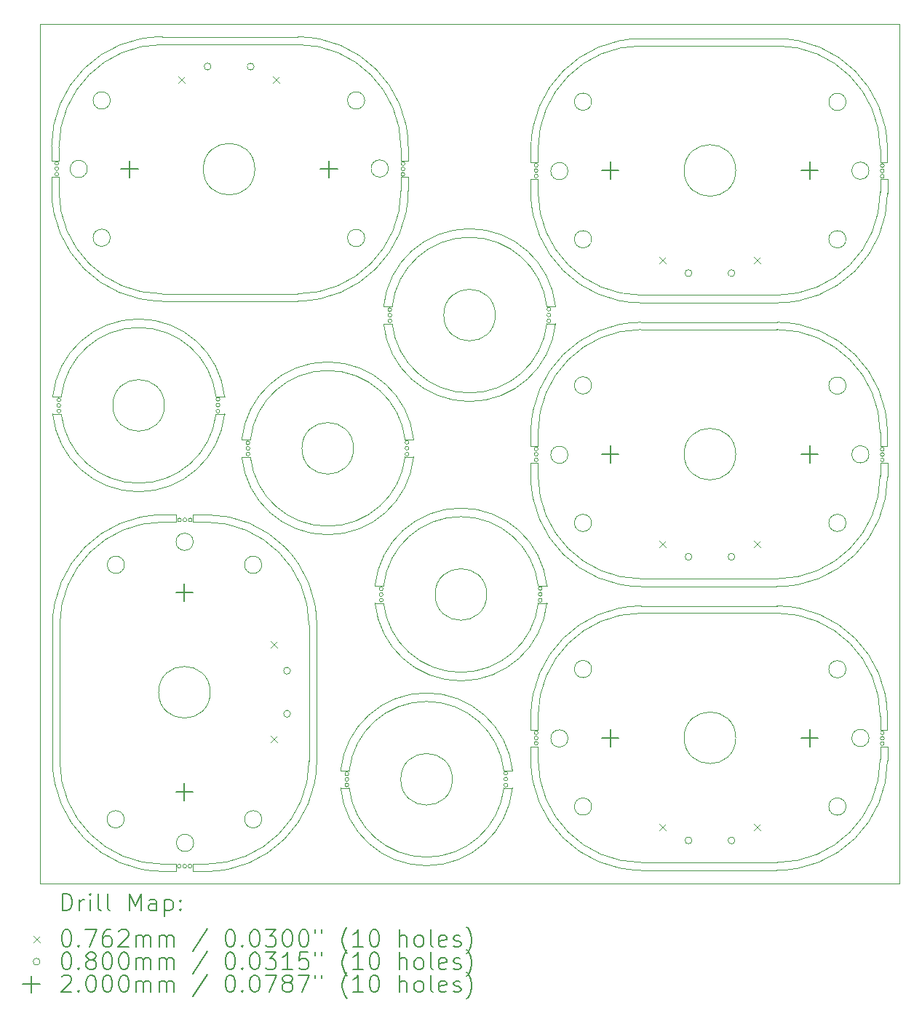
<source format=gbr>
%TF.GenerationSoftware,KiCad,Pcbnew,7.0.5-7.0.5~ubuntu22.04.1*%
%TF.CreationDate,2025-02-26T12:57:41+00:00*%
%TF.ProjectId,PBA0019-T50-6-trap,50424130-3031-4392-9d54-35302d362d74,1.0*%
%TF.SameCoordinates,Original*%
%TF.FileFunction,Drillmap*%
%TF.FilePolarity,Positive*%
%FSLAX45Y45*%
G04 Gerber Fmt 4.5, Leading zero omitted, Abs format (unit mm)*
G04 Created by KiCad (PCBNEW 7.0.5-7.0.5~ubuntu22.04.1) date 2025-02-26 12:57:41*
%MOMM*%
%LPD*%
G01*
G04 APERTURE LIST*
%ADD10C,0.050000*%
%ADD11C,0.200000*%
%ADD12C,0.076200*%
%ADD13C,0.080000*%
G04 APERTURE END LIST*
D10*
X9230000Y-13805000D02*
X9230000Y-3805000D01*
X19230000Y-13805000D02*
X19230000Y-3805000D01*
X9230000Y-3805000D02*
X19230000Y-3805000D01*
X19230000Y-13805000D02*
X9230000Y-13805000D01*
X17796466Y-7047500D02*
G75*
G03*
X19087500Y-5772500I15934J1275000D01*
G01*
X16222500Y-3973434D02*
X17802500Y-3973434D01*
X16221566Y-7047500D02*
X17796466Y-7047500D01*
X19002500Y-5257500D02*
G75*
G03*
X17802500Y-4057500I-1200000J0D01*
G01*
X19086566Y-5257500D02*
G75*
G03*
X17802500Y-3973434I-1284066J0D01*
G01*
X15645000Y-4707500D02*
G75*
G03*
X15645000Y-4707500I-100000J0D01*
G01*
X15370000Y-5515000D02*
G75*
G03*
X15370000Y-5515000I-100000J0D01*
G01*
X18605000Y-4710000D02*
G75*
G03*
X18605000Y-4710000I-100000J0D01*
G01*
X19086566Y-5415000D02*
X19002500Y-5415000D01*
X19049861Y-5575000D02*
G75*
G03*
X19049861Y-5575000I-22361J0D01*
G01*
X15022361Y-5509861D02*
G75*
G03*
X15022361Y-5509861I-22361J0D01*
G01*
X15022361Y-5572500D02*
G75*
G03*
X15022361Y-5572500I-22361J0D01*
G01*
X15022500Y-5257500D02*
X15022500Y-5415000D01*
X19087500Y-5607500D02*
X19087500Y-5772500D01*
X18605000Y-6307500D02*
G75*
G03*
X18605000Y-6307500I-100000J0D01*
G01*
X15022500Y-5757500D02*
G75*
G03*
X16222500Y-6957500I1200000J0D01*
G01*
X17802500Y-6957500D02*
G75*
G03*
X19002500Y-5757500I0J1200000D01*
G01*
X16222500Y-3973434D02*
G75*
G03*
X14938434Y-5257500I0J-1284066D01*
G01*
X15022361Y-5447500D02*
G75*
G03*
X15022361Y-5447500I-22361J0D01*
G01*
X19002500Y-5257500D02*
X19002500Y-5415000D01*
X15645000Y-6307500D02*
G75*
G03*
X15645000Y-6307500I-100000J0D01*
G01*
X16222500Y-4057500D02*
G75*
G03*
X15022500Y-5257500I0J-1200000D01*
G01*
X17802500Y-4057500D02*
X16222500Y-4057500D01*
X17322500Y-5507500D02*
G75*
G03*
X17322500Y-5507500I-300021J0D01*
G01*
X17802500Y-6957500D02*
X16222500Y-6957500D01*
X15022500Y-5607500D02*
X15022500Y-5757500D01*
X14937500Y-5763434D02*
G75*
G03*
X16221566Y-7047500I1284066J0D01*
G01*
X14937500Y-5607500D02*
X15022500Y-5607500D01*
X14938434Y-5415000D02*
X15022500Y-5415000D01*
X19002500Y-5607500D02*
X19002500Y-5757500D01*
X19049861Y-5450000D02*
G75*
G03*
X19049861Y-5450000I-22361J0D01*
G01*
X18872500Y-5510000D02*
G75*
G03*
X18872500Y-5510000I-100000J0D01*
G01*
X14937500Y-5763434D02*
X14937500Y-5607500D01*
X14938434Y-5415000D02*
X14938434Y-5257500D01*
X19086566Y-5257500D02*
X19086566Y-5415000D01*
X19049861Y-5512639D02*
G75*
G03*
X19049861Y-5512639I-22361J0D01*
G01*
X19087500Y-5607500D02*
X19002500Y-5607500D01*
X15022361Y-8809861D02*
G75*
G03*
X15022361Y-8809861I-22361J0D01*
G01*
X15022361Y-8872500D02*
G75*
G03*
X15022361Y-8872500I-22361J0D01*
G01*
X15022500Y-8557500D02*
X15022500Y-8715000D01*
X19049861Y-8875000D02*
G75*
G03*
X19049861Y-8875000I-22361J0D01*
G01*
X19086566Y-8715000D02*
X19002500Y-8715000D01*
X18605000Y-8010000D02*
G75*
G03*
X18605000Y-8010000I-100000J0D01*
G01*
X15370000Y-8815000D02*
G75*
G03*
X15370000Y-8815000I-100000J0D01*
G01*
X15645000Y-8007500D02*
G75*
G03*
X15645000Y-8007500I-100000J0D01*
G01*
X19086566Y-8557500D02*
G75*
G03*
X17802500Y-7273434I-1284066J0D01*
G01*
X19002500Y-8557500D02*
G75*
G03*
X17802500Y-7357500I-1200000J0D01*
G01*
X16221566Y-10347500D02*
X17796466Y-10347500D01*
X16222500Y-7273434D02*
X17802500Y-7273434D01*
X17796466Y-10347500D02*
G75*
G03*
X19087500Y-9072500I15934J1275000D01*
G01*
X19087500Y-8907500D02*
X19002500Y-8907500D01*
X19049861Y-8812639D02*
G75*
G03*
X19049861Y-8812639I-22361J0D01*
G01*
X19086566Y-8557500D02*
X19086566Y-8715000D01*
X14938434Y-8715000D02*
X14938434Y-8557500D01*
X14937500Y-9063434D02*
X14937500Y-8907500D01*
X18872500Y-8810000D02*
G75*
G03*
X18872500Y-8810000I-100000J0D01*
G01*
X19049861Y-8750000D02*
G75*
G03*
X19049861Y-8750000I-22361J0D01*
G01*
X19002500Y-8907500D02*
X19002500Y-9057500D01*
X14938434Y-8715000D02*
X15022500Y-8715000D01*
X14937500Y-8907500D02*
X15022500Y-8907500D01*
X14937500Y-9063434D02*
G75*
G03*
X16221566Y-10347500I1284066J0D01*
G01*
X15022500Y-8907500D02*
X15022500Y-9057500D01*
X17802500Y-10257500D02*
X16222500Y-10257500D01*
X17322500Y-8807500D02*
G75*
G03*
X17322500Y-8807500I-300021J0D01*
G01*
X17802500Y-7357500D02*
X16222500Y-7357500D01*
X16222500Y-7357500D02*
G75*
G03*
X15022500Y-8557500I0J-1200000D01*
G01*
X15645000Y-9607500D02*
G75*
G03*
X15645000Y-9607500I-100000J0D01*
G01*
X19002500Y-8557500D02*
X19002500Y-8715000D01*
X15022361Y-8747500D02*
G75*
G03*
X15022361Y-8747500I-22361J0D01*
G01*
X16222500Y-7273434D02*
G75*
G03*
X14938434Y-8557500I0J-1284066D01*
G01*
X17802500Y-10257500D02*
G75*
G03*
X19002500Y-9057500I0J1200000D01*
G01*
X15022500Y-9057500D02*
G75*
G03*
X16222500Y-10257500I1200000J0D01*
G01*
X18605000Y-9607500D02*
G75*
G03*
X18605000Y-9607500I-100000J0D01*
G01*
X19087500Y-8907500D02*
X19087500Y-9072500D01*
X19087500Y-12207500D02*
X19087500Y-12372500D01*
X18605000Y-12907500D02*
G75*
G03*
X18605000Y-12907500I-100000J0D01*
G01*
X15022500Y-12357500D02*
G75*
G03*
X16222500Y-13557500I1200000J0D01*
G01*
X17802500Y-13557500D02*
G75*
G03*
X19002500Y-12357500I0J1200000D01*
G01*
X16222500Y-10573434D02*
G75*
G03*
X14938434Y-11857500I0J-1284066D01*
G01*
X15022361Y-12047500D02*
G75*
G03*
X15022361Y-12047500I-22361J0D01*
G01*
X19002500Y-11857500D02*
X19002500Y-12015000D01*
X15645000Y-12907500D02*
G75*
G03*
X15645000Y-12907500I-100000J0D01*
G01*
X16222500Y-10657500D02*
G75*
G03*
X15022500Y-11857500I0J-1200000D01*
G01*
X17802500Y-10657500D02*
X16222500Y-10657500D01*
X17322500Y-12107500D02*
G75*
G03*
X17322500Y-12107500I-300021J0D01*
G01*
X17802500Y-13557500D02*
X16222500Y-13557500D01*
X15022500Y-12207500D02*
X15022500Y-12357500D01*
X14937500Y-12363434D02*
G75*
G03*
X16221566Y-13647500I1284066J0D01*
G01*
X14937500Y-12207500D02*
X15022500Y-12207500D01*
X14938434Y-12015000D02*
X15022500Y-12015000D01*
X19002500Y-12207500D02*
X19002500Y-12357500D01*
X19049861Y-12050000D02*
G75*
G03*
X19049861Y-12050000I-22361J0D01*
G01*
X18872500Y-12110000D02*
G75*
G03*
X18872500Y-12110000I-100000J0D01*
G01*
X14937500Y-12363434D02*
X14937500Y-12207500D01*
X14938434Y-12015000D02*
X14938434Y-11857500D01*
X19086566Y-11857500D02*
X19086566Y-12015000D01*
X19049861Y-12112639D02*
G75*
G03*
X19049861Y-12112639I-22361J0D01*
G01*
X19087500Y-12207500D02*
X19002500Y-12207500D01*
X17796466Y-13647500D02*
G75*
G03*
X19087500Y-12372500I15934J1275000D01*
G01*
X16222500Y-10573434D02*
X17802500Y-10573434D01*
X16221566Y-13647500D02*
X17796466Y-13647500D01*
X19002500Y-11857500D02*
G75*
G03*
X17802500Y-10657500I-1200000J0D01*
G01*
X19086566Y-11857500D02*
G75*
G03*
X17802500Y-10573434I-1284066J0D01*
G01*
X15645000Y-11307500D02*
G75*
G03*
X15645000Y-11307500I-100000J0D01*
G01*
X15370000Y-12115000D02*
G75*
G03*
X15370000Y-12115000I-100000J0D01*
G01*
X18605000Y-11310000D02*
G75*
G03*
X18605000Y-11310000I-100000J0D01*
G01*
X19086566Y-12015000D02*
X19002500Y-12015000D01*
X19049861Y-12175000D02*
G75*
G03*
X19049861Y-12175000I-22361J0D01*
G01*
X15022500Y-11857500D02*
X15022500Y-12015000D01*
X15022361Y-12172500D02*
G75*
G03*
X15022361Y-12172500I-22361J0D01*
G01*
X15022361Y-12109861D02*
G75*
G03*
X15022361Y-12109861I-22361J0D01*
G01*
X12447500Y-10803534D02*
G75*
G03*
X11172500Y-9512500I-1275000J15934D01*
G01*
X9373434Y-12377500D02*
X9373434Y-10797500D01*
X12447500Y-12378434D02*
X12447500Y-10803534D01*
X10657500Y-9597500D02*
G75*
G03*
X9457500Y-10797500I0J-1200000D01*
G01*
X10657500Y-9513434D02*
G75*
G03*
X9373434Y-10797500I0J-1284066D01*
G01*
X10207500Y-13055000D02*
G75*
G03*
X10207500Y-13055000I-100000J0D01*
G01*
X11015000Y-13330000D02*
G75*
G03*
X11015000Y-13330000I-100000J0D01*
G01*
X10210000Y-10095000D02*
G75*
G03*
X10210000Y-10095000I-100000J0D01*
G01*
X10815000Y-9513434D02*
X10815000Y-9597500D01*
X10997361Y-9572500D02*
G75*
G03*
X10997361Y-9572500I-22361J0D01*
G01*
X10932221Y-13600000D02*
G75*
G03*
X10932221Y-13600000I-22361J0D01*
G01*
X10994861Y-13600000D02*
G75*
G03*
X10994861Y-13600000I-22361J0D01*
G01*
X10657500Y-13577500D02*
X10815000Y-13577500D01*
X11007500Y-9512500D02*
X11172500Y-9512500D01*
X11807500Y-10095000D02*
G75*
G03*
X11807500Y-10095000I-100000J0D01*
G01*
X11157500Y-13577500D02*
G75*
G03*
X12357500Y-12377500I0J1200000D01*
G01*
X12357500Y-10797500D02*
G75*
G03*
X11157500Y-9597500I-1200000J0D01*
G01*
X9373434Y-12377500D02*
G75*
G03*
X10657500Y-13661566I1284066J0D01*
G01*
X10869861Y-13600000D02*
G75*
G03*
X10869861Y-13600000I-22361J0D01*
G01*
X10657500Y-9597500D02*
X10815000Y-9597500D01*
X11807500Y-13055000D02*
G75*
G03*
X11807500Y-13055000I-100000J0D01*
G01*
X9457500Y-12377500D02*
G75*
G03*
X10657500Y-13577500I1200000J0D01*
G01*
X9457500Y-10797500D02*
X9457500Y-12377500D01*
X11207521Y-11577521D02*
G75*
G03*
X11207521Y-11577521I-300021J0D01*
G01*
X12357500Y-10797500D02*
X12357500Y-12377500D01*
X11007500Y-13577500D02*
X11157500Y-13577500D01*
X11163434Y-13662500D02*
G75*
G03*
X12447500Y-12378434I0J1284066D01*
G01*
X11007500Y-13662500D02*
X11007500Y-13577500D01*
X10815000Y-13661566D02*
X10815000Y-13577500D01*
X11007500Y-9597500D02*
X11157500Y-9597500D01*
X10872361Y-9572500D02*
G75*
G03*
X10872361Y-9572500I-22361J0D01*
G01*
X11010000Y-9827500D02*
G75*
G03*
X11010000Y-9827500I-100000J0D01*
G01*
X11163434Y-13662500D02*
X11007500Y-13662500D01*
X10815000Y-13661566D02*
X10657500Y-13661566D01*
X10657500Y-9513434D02*
X10815000Y-9513434D01*
X10935000Y-9572500D02*
G75*
G03*
X10935000Y-9572500I-22361J0D01*
G01*
X11007500Y-9512500D02*
X11007500Y-9597500D01*
X14725000Y-12490000D02*
X14625000Y-12490000D01*
X14025021Y-12590000D02*
G75*
G03*
X14025021Y-12590000I-300021J0D01*
G01*
X12825000Y-12690000D02*
G75*
G03*
X14625000Y-12690000I900000J100000D01*
G01*
X14625000Y-12490000D02*
G75*
G03*
X12825000Y-12490000I-900000J-100000D01*
G01*
X14725000Y-12490000D02*
G75*
G03*
X12725000Y-12490000I-1000000J-100000D01*
G01*
X12725000Y-12690000D02*
G75*
G03*
X14725000Y-12690000I1000000J100000D01*
G01*
X12825000Y-12490000D02*
X12725000Y-12490000D01*
X12825000Y-12690000D02*
X12725000Y-12690000D01*
X14625000Y-12690000D02*
X14725000Y-12690000D01*
X14669721Y-12520000D02*
G75*
G03*
X14669721Y-12520000I-22361J0D01*
G01*
X14669721Y-12587639D02*
G75*
G03*
X14669721Y-12587639I-22361J0D01*
G01*
X14669721Y-12657639D02*
G75*
G03*
X14669721Y-12657639I-22361J0D01*
G01*
X12819361Y-12526361D02*
G75*
G03*
X12819361Y-12526361I-22361J0D01*
G01*
X12820361Y-12655361D02*
G75*
G03*
X12820361Y-12655361I-22361J0D01*
G01*
X12819361Y-12591361D02*
G75*
G03*
X12819361Y-12591361I-22361J0D01*
G01*
X15125000Y-10340000D02*
X15025000Y-10340000D01*
X14425021Y-10440000D02*
G75*
G03*
X14425021Y-10440000I-300021J0D01*
G01*
X13225000Y-10540000D02*
G75*
G03*
X15025000Y-10540000I900000J100000D01*
G01*
X15025000Y-10340000D02*
G75*
G03*
X13225000Y-10340000I-900000J-100000D01*
G01*
X15125000Y-10340000D02*
G75*
G03*
X13125000Y-10340000I-1000000J-100000D01*
G01*
X13125000Y-10540000D02*
G75*
G03*
X15125000Y-10540000I1000000J100000D01*
G01*
X13225000Y-10340000D02*
X13125000Y-10340000D01*
X13225000Y-10540000D02*
X13125000Y-10540000D01*
X15025000Y-10540000D02*
X15125000Y-10540000D01*
X15069721Y-10370000D02*
G75*
G03*
X15069721Y-10370000I-22361J0D01*
G01*
X15069721Y-10437639D02*
G75*
G03*
X15069721Y-10437639I-22361J0D01*
G01*
X15069721Y-10507639D02*
G75*
G03*
X15069721Y-10507639I-22361J0D01*
G01*
X13219361Y-10376361D02*
G75*
G03*
X13219361Y-10376361I-22361J0D01*
G01*
X13220361Y-10505361D02*
G75*
G03*
X13220361Y-10505361I-22361J0D01*
G01*
X13219361Y-10441361D02*
G75*
G03*
X13219361Y-10441361I-22361J0D01*
G01*
X10653534Y-3952500D02*
G75*
G03*
X9362500Y-5227500I-15934J-1275000D01*
G01*
X12227500Y-7026566D02*
X10647500Y-7026566D01*
X12228434Y-3952500D02*
X10653534Y-3952500D01*
X9447500Y-5742500D02*
G75*
G03*
X10647500Y-6942500I1200000J0D01*
G01*
X9363434Y-5742500D02*
G75*
G03*
X10647500Y-7026566I1284066J0D01*
G01*
X13005000Y-6292500D02*
G75*
G03*
X13005000Y-6292500I-100000J0D01*
G01*
X13280000Y-5485000D02*
G75*
G03*
X13280000Y-5485000I-100000J0D01*
G01*
X10045000Y-6290000D02*
G75*
G03*
X10045000Y-6290000I-100000J0D01*
G01*
X9363434Y-5585000D02*
X9447500Y-5585000D01*
X9444861Y-5425000D02*
G75*
G03*
X9444861Y-5425000I-22361J0D01*
G01*
X13472361Y-5490139D02*
G75*
G03*
X13472361Y-5490139I-22361J0D01*
G01*
X13472361Y-5427500D02*
G75*
G03*
X13472361Y-5427500I-22361J0D01*
G01*
X13427500Y-5742500D02*
X13427500Y-5585000D01*
X9362500Y-5392500D02*
X9362500Y-5227500D01*
X10045000Y-4692500D02*
G75*
G03*
X10045000Y-4692500I-100000J0D01*
G01*
X13427500Y-5242500D02*
G75*
G03*
X12227500Y-4042500I-1200000J0D01*
G01*
X10647500Y-4042500D02*
G75*
G03*
X9447500Y-5242500I0J-1200000D01*
G01*
X12227500Y-7026566D02*
G75*
G03*
X13511566Y-5742500I0J1284066D01*
G01*
X13472361Y-5552500D02*
G75*
G03*
X13472361Y-5552500I-22361J0D01*
G01*
X9447500Y-5742500D02*
X9447500Y-5585000D01*
X13005000Y-4692500D02*
G75*
G03*
X13005000Y-4692500I-100000J0D01*
G01*
X12227500Y-6942500D02*
G75*
G03*
X13427500Y-5742500I0J1200000D01*
G01*
X10647500Y-6942500D02*
X12227500Y-6942500D01*
X11727542Y-5492500D02*
G75*
G03*
X11727542Y-5492500I-300021J0D01*
G01*
X10647500Y-4042500D02*
X12227500Y-4042500D01*
X13427500Y-5392500D02*
X13427500Y-5242500D01*
X13512500Y-5236566D02*
G75*
G03*
X12228434Y-3952500I-1284066J0D01*
G01*
X13512500Y-5392500D02*
X13427500Y-5392500D01*
X13511566Y-5585000D02*
X13427500Y-5585000D01*
X9447500Y-5392500D02*
X9447500Y-5242500D01*
X9444861Y-5550000D02*
G75*
G03*
X9444861Y-5550000I-22361J0D01*
G01*
X9777500Y-5490000D02*
G75*
G03*
X9777500Y-5490000I-100000J0D01*
G01*
X13512500Y-5236566D02*
X13512500Y-5392500D01*
X13511566Y-5585000D02*
X13511566Y-5742500D01*
X9363434Y-5742500D02*
X9363434Y-5585000D01*
X9444861Y-5487361D02*
G75*
G03*
X9444861Y-5487361I-22361J0D01*
G01*
X9362500Y-5392500D02*
X9447500Y-5392500D01*
X15225000Y-7090000D02*
X15125000Y-7090000D01*
X14525021Y-7190000D02*
G75*
G03*
X14525021Y-7190000I-300021J0D01*
G01*
X13325000Y-7290000D02*
G75*
G03*
X15125000Y-7290000I900000J100000D01*
G01*
X15125000Y-7090000D02*
G75*
G03*
X13325000Y-7090000I-900000J-100000D01*
G01*
X15225000Y-7090000D02*
G75*
G03*
X13225000Y-7090000I-1000000J-100000D01*
G01*
X13225000Y-7290000D02*
G75*
G03*
X15225000Y-7290000I1000000J100000D01*
G01*
X13325000Y-7090000D02*
X13225000Y-7090000D01*
X13325000Y-7290000D02*
X13225000Y-7290000D01*
X15125000Y-7290000D02*
X15225000Y-7290000D01*
X15169721Y-7120000D02*
G75*
G03*
X15169721Y-7120000I-22361J0D01*
G01*
X15169721Y-7187639D02*
G75*
G03*
X15169721Y-7187639I-22361J0D01*
G01*
X15169721Y-7257639D02*
G75*
G03*
X15169721Y-7257639I-22361J0D01*
G01*
X13319361Y-7126361D02*
G75*
G03*
X13319361Y-7126361I-22361J0D01*
G01*
X13320361Y-7255361D02*
G75*
G03*
X13320361Y-7255361I-22361J0D01*
G01*
X13319361Y-7191361D02*
G75*
G03*
X13319361Y-7191361I-22361J0D01*
G01*
X11375000Y-8140000D02*
X11275000Y-8140000D01*
X10675021Y-8240000D02*
G75*
G03*
X10675021Y-8240000I-300021J0D01*
G01*
X9475000Y-8340000D02*
G75*
G03*
X11275000Y-8340000I900000J100000D01*
G01*
X11275000Y-8140000D02*
G75*
G03*
X9475000Y-8140000I-900000J-100000D01*
G01*
X11375000Y-8140000D02*
G75*
G03*
X9375000Y-8140000I-1000000J-100000D01*
G01*
X9375000Y-8340000D02*
G75*
G03*
X11375000Y-8340000I1000000J100000D01*
G01*
X9475000Y-8140000D02*
X9375000Y-8140000D01*
X9475000Y-8340000D02*
X9375000Y-8340000D01*
X11275000Y-8340000D02*
X11375000Y-8340000D01*
X11319721Y-8170000D02*
G75*
G03*
X11319721Y-8170000I-22361J0D01*
G01*
X11319721Y-8237639D02*
G75*
G03*
X11319721Y-8237639I-22361J0D01*
G01*
X11319721Y-8307639D02*
G75*
G03*
X11319721Y-8307639I-22361J0D01*
G01*
X9469361Y-8176361D02*
G75*
G03*
X9469361Y-8176361I-22361J0D01*
G01*
X9470361Y-8305361D02*
G75*
G03*
X9470361Y-8305361I-22361J0D01*
G01*
X9469361Y-8241361D02*
G75*
G03*
X9469361Y-8241361I-22361J0D01*
G01*
X13575000Y-8640000D02*
X13475000Y-8640000D01*
X12875021Y-8740000D02*
G75*
G03*
X12875021Y-8740000I-300021J0D01*
G01*
X11675000Y-8840000D02*
G75*
G03*
X13475000Y-8840000I900000J100000D01*
G01*
X13475000Y-8640000D02*
G75*
G03*
X11675000Y-8640000I-900000J-100000D01*
G01*
X13575000Y-8640000D02*
G75*
G03*
X11575000Y-8640000I-1000000J-100000D01*
G01*
X11575000Y-8840000D02*
G75*
G03*
X13575000Y-8840000I1000000J100000D01*
G01*
X11675000Y-8640000D02*
X11575000Y-8640000D01*
X11675000Y-8840000D02*
X11575000Y-8840000D01*
X13475000Y-8840000D02*
X13575000Y-8840000D01*
X13519721Y-8670000D02*
G75*
G03*
X13519721Y-8670000I-22361J0D01*
G01*
X13519721Y-8737639D02*
G75*
G03*
X13519721Y-8737639I-22361J0D01*
G01*
X13519721Y-8807639D02*
G75*
G03*
X13519721Y-8807639I-22361J0D01*
G01*
X11669361Y-8676361D02*
G75*
G03*
X11669361Y-8676361I-22361J0D01*
G01*
X11670361Y-8805361D02*
G75*
G03*
X11670361Y-8805361I-22361J0D01*
G01*
X11669361Y-8741361D02*
G75*
G03*
X11669361Y-8741361I-22361J0D01*
G01*
D11*
D12*
X10836900Y-4411900D02*
X10913100Y-4488100D01*
X10913100Y-4411900D02*
X10836900Y-4488100D01*
X11911900Y-10986900D02*
X11988100Y-11063100D01*
X11988100Y-10986900D02*
X11911900Y-11063100D01*
X11911900Y-12086900D02*
X11988100Y-12163100D01*
X11988100Y-12086900D02*
X11911900Y-12163100D01*
X11936900Y-4411900D02*
X12013100Y-4488100D01*
X12013100Y-4411900D02*
X11936900Y-4488100D01*
X16436900Y-6511900D02*
X16513100Y-6588100D01*
X16513100Y-6511900D02*
X16436900Y-6588100D01*
X16436900Y-9811900D02*
X16513100Y-9888100D01*
X16513100Y-9811900D02*
X16436900Y-9888100D01*
X16436900Y-13111900D02*
X16513100Y-13188100D01*
X16513100Y-13111900D02*
X16436900Y-13188100D01*
X17536900Y-6511900D02*
X17613100Y-6588100D01*
X17613100Y-6511900D02*
X17536900Y-6588100D01*
X17536900Y-9811900D02*
X17613100Y-9888100D01*
X17613100Y-9811900D02*
X17536900Y-9888100D01*
X17536900Y-13111900D02*
X17613100Y-13188100D01*
X17613100Y-13111900D02*
X17536900Y-13188100D01*
D13*
X11217500Y-4298500D02*
G75*
G03*
X11217500Y-4298500I-40000J0D01*
G01*
X11717500Y-4298500D02*
G75*
G03*
X11717500Y-4298500I-40000J0D01*
G01*
X12141500Y-11327500D02*
G75*
G03*
X12141500Y-11327500I-40000J0D01*
G01*
X12141500Y-11827500D02*
G75*
G03*
X12141500Y-11827500I-40000J0D01*
G01*
X16812500Y-6701500D02*
G75*
G03*
X16812500Y-6701500I-40000J0D01*
G01*
X16812500Y-10001500D02*
G75*
G03*
X16812500Y-10001500I-40000J0D01*
G01*
X16812500Y-13301500D02*
G75*
G03*
X16812500Y-13301500I-40000J0D01*
G01*
X17312500Y-6701500D02*
G75*
G03*
X17312500Y-6701500I-40000J0D01*
G01*
X17312500Y-10001500D02*
G75*
G03*
X17312500Y-10001500I-40000J0D01*
G01*
X17312500Y-13301500D02*
G75*
G03*
X17312500Y-13301500I-40000J0D01*
G01*
D11*
X10267500Y-5392500D02*
X10267500Y-5592500D01*
X10167500Y-5492500D02*
X10367500Y-5492500D01*
X10907500Y-10317500D02*
X10907500Y-10517500D01*
X10807500Y-10417500D02*
X11007500Y-10417500D01*
X10907500Y-12637500D02*
X10907500Y-12837500D01*
X10807500Y-12737500D02*
X11007500Y-12737500D01*
X12587500Y-5392500D02*
X12587500Y-5592500D01*
X12487500Y-5492500D02*
X12687500Y-5492500D01*
X15862500Y-5407500D02*
X15862500Y-5607500D01*
X15762500Y-5507500D02*
X15962500Y-5507500D01*
X15862500Y-8707500D02*
X15862500Y-8907500D01*
X15762500Y-8807500D02*
X15962500Y-8807500D01*
X15862500Y-12007500D02*
X15862500Y-12207500D01*
X15762500Y-12107500D02*
X15962500Y-12107500D01*
X18182500Y-5407500D02*
X18182500Y-5607500D01*
X18082500Y-5507500D02*
X18282500Y-5507500D01*
X18182500Y-8707500D02*
X18182500Y-8907500D01*
X18082500Y-8807500D02*
X18282500Y-8807500D01*
X18182500Y-12007500D02*
X18182500Y-12207500D01*
X18082500Y-12107500D02*
X18282500Y-12107500D01*
X9488277Y-14118984D02*
X9488277Y-13918984D01*
X9488277Y-13918984D02*
X9535896Y-13918984D01*
X9535896Y-13918984D02*
X9564467Y-13928508D01*
X9564467Y-13928508D02*
X9583515Y-13947555D01*
X9583515Y-13947555D02*
X9593039Y-13966603D01*
X9593039Y-13966603D02*
X9602563Y-14004698D01*
X9602563Y-14004698D02*
X9602563Y-14033269D01*
X9602563Y-14033269D02*
X9593039Y-14071365D01*
X9593039Y-14071365D02*
X9583515Y-14090412D01*
X9583515Y-14090412D02*
X9564467Y-14109460D01*
X9564467Y-14109460D02*
X9535896Y-14118984D01*
X9535896Y-14118984D02*
X9488277Y-14118984D01*
X9688277Y-14118984D02*
X9688277Y-13985650D01*
X9688277Y-14023746D02*
X9697801Y-14004698D01*
X9697801Y-14004698D02*
X9707324Y-13995174D01*
X9707324Y-13995174D02*
X9726372Y-13985650D01*
X9726372Y-13985650D02*
X9745420Y-13985650D01*
X9812086Y-14118984D02*
X9812086Y-13985650D01*
X9812086Y-13918984D02*
X9802563Y-13928508D01*
X9802563Y-13928508D02*
X9812086Y-13938031D01*
X9812086Y-13938031D02*
X9821610Y-13928508D01*
X9821610Y-13928508D02*
X9812086Y-13918984D01*
X9812086Y-13918984D02*
X9812086Y-13938031D01*
X9935896Y-14118984D02*
X9916848Y-14109460D01*
X9916848Y-14109460D02*
X9907324Y-14090412D01*
X9907324Y-14090412D02*
X9907324Y-13918984D01*
X10040658Y-14118984D02*
X10021610Y-14109460D01*
X10021610Y-14109460D02*
X10012086Y-14090412D01*
X10012086Y-14090412D02*
X10012086Y-13918984D01*
X10269229Y-14118984D02*
X10269229Y-13918984D01*
X10269229Y-13918984D02*
X10335896Y-14061841D01*
X10335896Y-14061841D02*
X10402563Y-13918984D01*
X10402563Y-13918984D02*
X10402563Y-14118984D01*
X10583515Y-14118984D02*
X10583515Y-14014222D01*
X10583515Y-14014222D02*
X10573991Y-13995174D01*
X10573991Y-13995174D02*
X10554944Y-13985650D01*
X10554944Y-13985650D02*
X10516848Y-13985650D01*
X10516848Y-13985650D02*
X10497801Y-13995174D01*
X10583515Y-14109460D02*
X10564467Y-14118984D01*
X10564467Y-14118984D02*
X10516848Y-14118984D01*
X10516848Y-14118984D02*
X10497801Y-14109460D01*
X10497801Y-14109460D02*
X10488277Y-14090412D01*
X10488277Y-14090412D02*
X10488277Y-14071365D01*
X10488277Y-14071365D02*
X10497801Y-14052317D01*
X10497801Y-14052317D02*
X10516848Y-14042793D01*
X10516848Y-14042793D02*
X10564467Y-14042793D01*
X10564467Y-14042793D02*
X10583515Y-14033269D01*
X10678753Y-13985650D02*
X10678753Y-14185650D01*
X10678753Y-13995174D02*
X10697801Y-13985650D01*
X10697801Y-13985650D02*
X10735896Y-13985650D01*
X10735896Y-13985650D02*
X10754944Y-13995174D01*
X10754944Y-13995174D02*
X10764467Y-14004698D01*
X10764467Y-14004698D02*
X10773991Y-14023746D01*
X10773991Y-14023746D02*
X10773991Y-14080888D01*
X10773991Y-14080888D02*
X10764467Y-14099936D01*
X10764467Y-14099936D02*
X10754944Y-14109460D01*
X10754944Y-14109460D02*
X10735896Y-14118984D01*
X10735896Y-14118984D02*
X10697801Y-14118984D01*
X10697801Y-14118984D02*
X10678753Y-14109460D01*
X10859705Y-14099936D02*
X10869229Y-14109460D01*
X10869229Y-14109460D02*
X10859705Y-14118984D01*
X10859705Y-14118984D02*
X10850182Y-14109460D01*
X10850182Y-14109460D02*
X10859705Y-14099936D01*
X10859705Y-14099936D02*
X10859705Y-14118984D01*
X10859705Y-13995174D02*
X10869229Y-14004698D01*
X10869229Y-14004698D02*
X10859705Y-14014222D01*
X10859705Y-14014222D02*
X10850182Y-14004698D01*
X10850182Y-14004698D02*
X10859705Y-13995174D01*
X10859705Y-13995174D02*
X10859705Y-14014222D01*
D12*
X9151300Y-14409400D02*
X9227500Y-14485600D01*
X9227500Y-14409400D02*
X9151300Y-14485600D01*
D11*
X9526372Y-14338984D02*
X9545420Y-14338984D01*
X9545420Y-14338984D02*
X9564467Y-14348508D01*
X9564467Y-14348508D02*
X9573991Y-14358031D01*
X9573991Y-14358031D02*
X9583515Y-14377079D01*
X9583515Y-14377079D02*
X9593039Y-14415174D01*
X9593039Y-14415174D02*
X9593039Y-14462793D01*
X9593039Y-14462793D02*
X9583515Y-14500888D01*
X9583515Y-14500888D02*
X9573991Y-14519936D01*
X9573991Y-14519936D02*
X9564467Y-14529460D01*
X9564467Y-14529460D02*
X9545420Y-14538984D01*
X9545420Y-14538984D02*
X9526372Y-14538984D01*
X9526372Y-14538984D02*
X9507324Y-14529460D01*
X9507324Y-14529460D02*
X9497801Y-14519936D01*
X9497801Y-14519936D02*
X9488277Y-14500888D01*
X9488277Y-14500888D02*
X9478753Y-14462793D01*
X9478753Y-14462793D02*
X9478753Y-14415174D01*
X9478753Y-14415174D02*
X9488277Y-14377079D01*
X9488277Y-14377079D02*
X9497801Y-14358031D01*
X9497801Y-14358031D02*
X9507324Y-14348508D01*
X9507324Y-14348508D02*
X9526372Y-14338984D01*
X9678753Y-14519936D02*
X9688277Y-14529460D01*
X9688277Y-14529460D02*
X9678753Y-14538984D01*
X9678753Y-14538984D02*
X9669229Y-14529460D01*
X9669229Y-14529460D02*
X9678753Y-14519936D01*
X9678753Y-14519936D02*
X9678753Y-14538984D01*
X9754944Y-14338984D02*
X9888277Y-14338984D01*
X9888277Y-14338984D02*
X9802563Y-14538984D01*
X10050182Y-14338984D02*
X10012086Y-14338984D01*
X10012086Y-14338984D02*
X9993039Y-14348508D01*
X9993039Y-14348508D02*
X9983515Y-14358031D01*
X9983515Y-14358031D02*
X9964467Y-14386603D01*
X9964467Y-14386603D02*
X9954944Y-14424698D01*
X9954944Y-14424698D02*
X9954944Y-14500888D01*
X9954944Y-14500888D02*
X9964467Y-14519936D01*
X9964467Y-14519936D02*
X9973991Y-14529460D01*
X9973991Y-14529460D02*
X9993039Y-14538984D01*
X9993039Y-14538984D02*
X10031134Y-14538984D01*
X10031134Y-14538984D02*
X10050182Y-14529460D01*
X10050182Y-14529460D02*
X10059705Y-14519936D01*
X10059705Y-14519936D02*
X10069229Y-14500888D01*
X10069229Y-14500888D02*
X10069229Y-14453269D01*
X10069229Y-14453269D02*
X10059705Y-14434222D01*
X10059705Y-14434222D02*
X10050182Y-14424698D01*
X10050182Y-14424698D02*
X10031134Y-14415174D01*
X10031134Y-14415174D02*
X9993039Y-14415174D01*
X9993039Y-14415174D02*
X9973991Y-14424698D01*
X9973991Y-14424698D02*
X9964467Y-14434222D01*
X9964467Y-14434222D02*
X9954944Y-14453269D01*
X10145420Y-14358031D02*
X10154944Y-14348508D01*
X10154944Y-14348508D02*
X10173991Y-14338984D01*
X10173991Y-14338984D02*
X10221610Y-14338984D01*
X10221610Y-14338984D02*
X10240658Y-14348508D01*
X10240658Y-14348508D02*
X10250182Y-14358031D01*
X10250182Y-14358031D02*
X10259705Y-14377079D01*
X10259705Y-14377079D02*
X10259705Y-14396127D01*
X10259705Y-14396127D02*
X10250182Y-14424698D01*
X10250182Y-14424698D02*
X10135896Y-14538984D01*
X10135896Y-14538984D02*
X10259705Y-14538984D01*
X10345420Y-14538984D02*
X10345420Y-14405650D01*
X10345420Y-14424698D02*
X10354944Y-14415174D01*
X10354944Y-14415174D02*
X10373991Y-14405650D01*
X10373991Y-14405650D02*
X10402563Y-14405650D01*
X10402563Y-14405650D02*
X10421610Y-14415174D01*
X10421610Y-14415174D02*
X10431134Y-14434222D01*
X10431134Y-14434222D02*
X10431134Y-14538984D01*
X10431134Y-14434222D02*
X10440658Y-14415174D01*
X10440658Y-14415174D02*
X10459705Y-14405650D01*
X10459705Y-14405650D02*
X10488277Y-14405650D01*
X10488277Y-14405650D02*
X10507325Y-14415174D01*
X10507325Y-14415174D02*
X10516848Y-14434222D01*
X10516848Y-14434222D02*
X10516848Y-14538984D01*
X10612086Y-14538984D02*
X10612086Y-14405650D01*
X10612086Y-14424698D02*
X10621610Y-14415174D01*
X10621610Y-14415174D02*
X10640658Y-14405650D01*
X10640658Y-14405650D02*
X10669229Y-14405650D01*
X10669229Y-14405650D02*
X10688277Y-14415174D01*
X10688277Y-14415174D02*
X10697801Y-14434222D01*
X10697801Y-14434222D02*
X10697801Y-14538984D01*
X10697801Y-14434222D02*
X10707325Y-14415174D01*
X10707325Y-14415174D02*
X10726372Y-14405650D01*
X10726372Y-14405650D02*
X10754944Y-14405650D01*
X10754944Y-14405650D02*
X10773991Y-14415174D01*
X10773991Y-14415174D02*
X10783515Y-14434222D01*
X10783515Y-14434222D02*
X10783515Y-14538984D01*
X11173991Y-14329460D02*
X11002563Y-14586603D01*
X11431134Y-14338984D02*
X11450182Y-14338984D01*
X11450182Y-14338984D02*
X11469229Y-14348508D01*
X11469229Y-14348508D02*
X11478753Y-14358031D01*
X11478753Y-14358031D02*
X11488277Y-14377079D01*
X11488277Y-14377079D02*
X11497801Y-14415174D01*
X11497801Y-14415174D02*
X11497801Y-14462793D01*
X11497801Y-14462793D02*
X11488277Y-14500888D01*
X11488277Y-14500888D02*
X11478753Y-14519936D01*
X11478753Y-14519936D02*
X11469229Y-14529460D01*
X11469229Y-14529460D02*
X11450182Y-14538984D01*
X11450182Y-14538984D02*
X11431134Y-14538984D01*
X11431134Y-14538984D02*
X11412086Y-14529460D01*
X11412086Y-14529460D02*
X11402563Y-14519936D01*
X11402563Y-14519936D02*
X11393039Y-14500888D01*
X11393039Y-14500888D02*
X11383515Y-14462793D01*
X11383515Y-14462793D02*
X11383515Y-14415174D01*
X11383515Y-14415174D02*
X11393039Y-14377079D01*
X11393039Y-14377079D02*
X11402563Y-14358031D01*
X11402563Y-14358031D02*
X11412086Y-14348508D01*
X11412086Y-14348508D02*
X11431134Y-14338984D01*
X11583515Y-14519936D02*
X11593039Y-14529460D01*
X11593039Y-14529460D02*
X11583515Y-14538984D01*
X11583515Y-14538984D02*
X11573991Y-14529460D01*
X11573991Y-14529460D02*
X11583515Y-14519936D01*
X11583515Y-14519936D02*
X11583515Y-14538984D01*
X11716848Y-14338984D02*
X11735896Y-14338984D01*
X11735896Y-14338984D02*
X11754944Y-14348508D01*
X11754944Y-14348508D02*
X11764467Y-14358031D01*
X11764467Y-14358031D02*
X11773991Y-14377079D01*
X11773991Y-14377079D02*
X11783515Y-14415174D01*
X11783515Y-14415174D02*
X11783515Y-14462793D01*
X11783515Y-14462793D02*
X11773991Y-14500888D01*
X11773991Y-14500888D02*
X11764467Y-14519936D01*
X11764467Y-14519936D02*
X11754944Y-14529460D01*
X11754944Y-14529460D02*
X11735896Y-14538984D01*
X11735896Y-14538984D02*
X11716848Y-14538984D01*
X11716848Y-14538984D02*
X11697801Y-14529460D01*
X11697801Y-14529460D02*
X11688277Y-14519936D01*
X11688277Y-14519936D02*
X11678753Y-14500888D01*
X11678753Y-14500888D02*
X11669229Y-14462793D01*
X11669229Y-14462793D02*
X11669229Y-14415174D01*
X11669229Y-14415174D02*
X11678753Y-14377079D01*
X11678753Y-14377079D02*
X11688277Y-14358031D01*
X11688277Y-14358031D02*
X11697801Y-14348508D01*
X11697801Y-14348508D02*
X11716848Y-14338984D01*
X11850182Y-14338984D02*
X11973991Y-14338984D01*
X11973991Y-14338984D02*
X11907325Y-14415174D01*
X11907325Y-14415174D02*
X11935896Y-14415174D01*
X11935896Y-14415174D02*
X11954944Y-14424698D01*
X11954944Y-14424698D02*
X11964467Y-14434222D01*
X11964467Y-14434222D02*
X11973991Y-14453269D01*
X11973991Y-14453269D02*
X11973991Y-14500888D01*
X11973991Y-14500888D02*
X11964467Y-14519936D01*
X11964467Y-14519936D02*
X11954944Y-14529460D01*
X11954944Y-14529460D02*
X11935896Y-14538984D01*
X11935896Y-14538984D02*
X11878753Y-14538984D01*
X11878753Y-14538984D02*
X11859706Y-14529460D01*
X11859706Y-14529460D02*
X11850182Y-14519936D01*
X12097801Y-14338984D02*
X12116848Y-14338984D01*
X12116848Y-14338984D02*
X12135896Y-14348508D01*
X12135896Y-14348508D02*
X12145420Y-14358031D01*
X12145420Y-14358031D02*
X12154944Y-14377079D01*
X12154944Y-14377079D02*
X12164467Y-14415174D01*
X12164467Y-14415174D02*
X12164467Y-14462793D01*
X12164467Y-14462793D02*
X12154944Y-14500888D01*
X12154944Y-14500888D02*
X12145420Y-14519936D01*
X12145420Y-14519936D02*
X12135896Y-14529460D01*
X12135896Y-14529460D02*
X12116848Y-14538984D01*
X12116848Y-14538984D02*
X12097801Y-14538984D01*
X12097801Y-14538984D02*
X12078753Y-14529460D01*
X12078753Y-14529460D02*
X12069229Y-14519936D01*
X12069229Y-14519936D02*
X12059706Y-14500888D01*
X12059706Y-14500888D02*
X12050182Y-14462793D01*
X12050182Y-14462793D02*
X12050182Y-14415174D01*
X12050182Y-14415174D02*
X12059706Y-14377079D01*
X12059706Y-14377079D02*
X12069229Y-14358031D01*
X12069229Y-14358031D02*
X12078753Y-14348508D01*
X12078753Y-14348508D02*
X12097801Y-14338984D01*
X12288277Y-14338984D02*
X12307325Y-14338984D01*
X12307325Y-14338984D02*
X12326372Y-14348508D01*
X12326372Y-14348508D02*
X12335896Y-14358031D01*
X12335896Y-14358031D02*
X12345420Y-14377079D01*
X12345420Y-14377079D02*
X12354944Y-14415174D01*
X12354944Y-14415174D02*
X12354944Y-14462793D01*
X12354944Y-14462793D02*
X12345420Y-14500888D01*
X12345420Y-14500888D02*
X12335896Y-14519936D01*
X12335896Y-14519936D02*
X12326372Y-14529460D01*
X12326372Y-14529460D02*
X12307325Y-14538984D01*
X12307325Y-14538984D02*
X12288277Y-14538984D01*
X12288277Y-14538984D02*
X12269229Y-14529460D01*
X12269229Y-14529460D02*
X12259706Y-14519936D01*
X12259706Y-14519936D02*
X12250182Y-14500888D01*
X12250182Y-14500888D02*
X12240658Y-14462793D01*
X12240658Y-14462793D02*
X12240658Y-14415174D01*
X12240658Y-14415174D02*
X12250182Y-14377079D01*
X12250182Y-14377079D02*
X12259706Y-14358031D01*
X12259706Y-14358031D02*
X12269229Y-14348508D01*
X12269229Y-14348508D02*
X12288277Y-14338984D01*
X12431134Y-14338984D02*
X12431134Y-14377079D01*
X12507325Y-14338984D02*
X12507325Y-14377079D01*
X12802563Y-14615174D02*
X12793039Y-14605650D01*
X12793039Y-14605650D02*
X12773991Y-14577079D01*
X12773991Y-14577079D02*
X12764468Y-14558031D01*
X12764468Y-14558031D02*
X12754944Y-14529460D01*
X12754944Y-14529460D02*
X12745420Y-14481841D01*
X12745420Y-14481841D02*
X12745420Y-14443746D01*
X12745420Y-14443746D02*
X12754944Y-14396127D01*
X12754944Y-14396127D02*
X12764468Y-14367555D01*
X12764468Y-14367555D02*
X12773991Y-14348508D01*
X12773991Y-14348508D02*
X12793039Y-14319936D01*
X12793039Y-14319936D02*
X12802563Y-14310412D01*
X12983515Y-14538984D02*
X12869229Y-14538984D01*
X12926372Y-14538984D02*
X12926372Y-14338984D01*
X12926372Y-14338984D02*
X12907325Y-14367555D01*
X12907325Y-14367555D02*
X12888277Y-14386603D01*
X12888277Y-14386603D02*
X12869229Y-14396127D01*
X13107325Y-14338984D02*
X13126372Y-14338984D01*
X13126372Y-14338984D02*
X13145420Y-14348508D01*
X13145420Y-14348508D02*
X13154944Y-14358031D01*
X13154944Y-14358031D02*
X13164468Y-14377079D01*
X13164468Y-14377079D02*
X13173991Y-14415174D01*
X13173991Y-14415174D02*
X13173991Y-14462793D01*
X13173991Y-14462793D02*
X13164468Y-14500888D01*
X13164468Y-14500888D02*
X13154944Y-14519936D01*
X13154944Y-14519936D02*
X13145420Y-14529460D01*
X13145420Y-14529460D02*
X13126372Y-14538984D01*
X13126372Y-14538984D02*
X13107325Y-14538984D01*
X13107325Y-14538984D02*
X13088277Y-14529460D01*
X13088277Y-14529460D02*
X13078753Y-14519936D01*
X13078753Y-14519936D02*
X13069229Y-14500888D01*
X13069229Y-14500888D02*
X13059706Y-14462793D01*
X13059706Y-14462793D02*
X13059706Y-14415174D01*
X13059706Y-14415174D02*
X13069229Y-14377079D01*
X13069229Y-14377079D02*
X13078753Y-14358031D01*
X13078753Y-14358031D02*
X13088277Y-14348508D01*
X13088277Y-14348508D02*
X13107325Y-14338984D01*
X13412087Y-14538984D02*
X13412087Y-14338984D01*
X13497801Y-14538984D02*
X13497801Y-14434222D01*
X13497801Y-14434222D02*
X13488277Y-14415174D01*
X13488277Y-14415174D02*
X13469230Y-14405650D01*
X13469230Y-14405650D02*
X13440658Y-14405650D01*
X13440658Y-14405650D02*
X13421610Y-14415174D01*
X13421610Y-14415174D02*
X13412087Y-14424698D01*
X13621610Y-14538984D02*
X13602563Y-14529460D01*
X13602563Y-14529460D02*
X13593039Y-14519936D01*
X13593039Y-14519936D02*
X13583515Y-14500888D01*
X13583515Y-14500888D02*
X13583515Y-14443746D01*
X13583515Y-14443746D02*
X13593039Y-14424698D01*
X13593039Y-14424698D02*
X13602563Y-14415174D01*
X13602563Y-14415174D02*
X13621610Y-14405650D01*
X13621610Y-14405650D02*
X13650182Y-14405650D01*
X13650182Y-14405650D02*
X13669230Y-14415174D01*
X13669230Y-14415174D02*
X13678753Y-14424698D01*
X13678753Y-14424698D02*
X13688277Y-14443746D01*
X13688277Y-14443746D02*
X13688277Y-14500888D01*
X13688277Y-14500888D02*
X13678753Y-14519936D01*
X13678753Y-14519936D02*
X13669230Y-14529460D01*
X13669230Y-14529460D02*
X13650182Y-14538984D01*
X13650182Y-14538984D02*
X13621610Y-14538984D01*
X13802563Y-14538984D02*
X13783515Y-14529460D01*
X13783515Y-14529460D02*
X13773991Y-14510412D01*
X13773991Y-14510412D02*
X13773991Y-14338984D01*
X13954944Y-14529460D02*
X13935896Y-14538984D01*
X13935896Y-14538984D02*
X13897801Y-14538984D01*
X13897801Y-14538984D02*
X13878753Y-14529460D01*
X13878753Y-14529460D02*
X13869230Y-14510412D01*
X13869230Y-14510412D02*
X13869230Y-14434222D01*
X13869230Y-14434222D02*
X13878753Y-14415174D01*
X13878753Y-14415174D02*
X13897801Y-14405650D01*
X13897801Y-14405650D02*
X13935896Y-14405650D01*
X13935896Y-14405650D02*
X13954944Y-14415174D01*
X13954944Y-14415174D02*
X13964468Y-14434222D01*
X13964468Y-14434222D02*
X13964468Y-14453269D01*
X13964468Y-14453269D02*
X13869230Y-14472317D01*
X14040658Y-14529460D02*
X14059706Y-14538984D01*
X14059706Y-14538984D02*
X14097801Y-14538984D01*
X14097801Y-14538984D02*
X14116849Y-14529460D01*
X14116849Y-14529460D02*
X14126372Y-14510412D01*
X14126372Y-14510412D02*
X14126372Y-14500888D01*
X14126372Y-14500888D02*
X14116849Y-14481841D01*
X14116849Y-14481841D02*
X14097801Y-14472317D01*
X14097801Y-14472317D02*
X14069230Y-14472317D01*
X14069230Y-14472317D02*
X14050182Y-14462793D01*
X14050182Y-14462793D02*
X14040658Y-14443746D01*
X14040658Y-14443746D02*
X14040658Y-14434222D01*
X14040658Y-14434222D02*
X14050182Y-14415174D01*
X14050182Y-14415174D02*
X14069230Y-14405650D01*
X14069230Y-14405650D02*
X14097801Y-14405650D01*
X14097801Y-14405650D02*
X14116849Y-14415174D01*
X14193039Y-14615174D02*
X14202563Y-14605650D01*
X14202563Y-14605650D02*
X14221611Y-14577079D01*
X14221611Y-14577079D02*
X14231134Y-14558031D01*
X14231134Y-14558031D02*
X14240658Y-14529460D01*
X14240658Y-14529460D02*
X14250182Y-14481841D01*
X14250182Y-14481841D02*
X14250182Y-14443746D01*
X14250182Y-14443746D02*
X14240658Y-14396127D01*
X14240658Y-14396127D02*
X14231134Y-14367555D01*
X14231134Y-14367555D02*
X14221611Y-14348508D01*
X14221611Y-14348508D02*
X14202563Y-14319936D01*
X14202563Y-14319936D02*
X14193039Y-14310412D01*
D13*
X9227500Y-14711500D02*
G75*
G03*
X9227500Y-14711500I-40000J0D01*
G01*
D11*
X9526372Y-14602984D02*
X9545420Y-14602984D01*
X9545420Y-14602984D02*
X9564467Y-14612508D01*
X9564467Y-14612508D02*
X9573991Y-14622031D01*
X9573991Y-14622031D02*
X9583515Y-14641079D01*
X9583515Y-14641079D02*
X9593039Y-14679174D01*
X9593039Y-14679174D02*
X9593039Y-14726793D01*
X9593039Y-14726793D02*
X9583515Y-14764888D01*
X9583515Y-14764888D02*
X9573991Y-14783936D01*
X9573991Y-14783936D02*
X9564467Y-14793460D01*
X9564467Y-14793460D02*
X9545420Y-14802984D01*
X9545420Y-14802984D02*
X9526372Y-14802984D01*
X9526372Y-14802984D02*
X9507324Y-14793460D01*
X9507324Y-14793460D02*
X9497801Y-14783936D01*
X9497801Y-14783936D02*
X9488277Y-14764888D01*
X9488277Y-14764888D02*
X9478753Y-14726793D01*
X9478753Y-14726793D02*
X9478753Y-14679174D01*
X9478753Y-14679174D02*
X9488277Y-14641079D01*
X9488277Y-14641079D02*
X9497801Y-14622031D01*
X9497801Y-14622031D02*
X9507324Y-14612508D01*
X9507324Y-14612508D02*
X9526372Y-14602984D01*
X9678753Y-14783936D02*
X9688277Y-14793460D01*
X9688277Y-14793460D02*
X9678753Y-14802984D01*
X9678753Y-14802984D02*
X9669229Y-14793460D01*
X9669229Y-14793460D02*
X9678753Y-14783936D01*
X9678753Y-14783936D02*
X9678753Y-14802984D01*
X9802563Y-14688698D02*
X9783515Y-14679174D01*
X9783515Y-14679174D02*
X9773991Y-14669650D01*
X9773991Y-14669650D02*
X9764467Y-14650603D01*
X9764467Y-14650603D02*
X9764467Y-14641079D01*
X9764467Y-14641079D02*
X9773991Y-14622031D01*
X9773991Y-14622031D02*
X9783515Y-14612508D01*
X9783515Y-14612508D02*
X9802563Y-14602984D01*
X9802563Y-14602984D02*
X9840658Y-14602984D01*
X9840658Y-14602984D02*
X9859705Y-14612508D01*
X9859705Y-14612508D02*
X9869229Y-14622031D01*
X9869229Y-14622031D02*
X9878753Y-14641079D01*
X9878753Y-14641079D02*
X9878753Y-14650603D01*
X9878753Y-14650603D02*
X9869229Y-14669650D01*
X9869229Y-14669650D02*
X9859705Y-14679174D01*
X9859705Y-14679174D02*
X9840658Y-14688698D01*
X9840658Y-14688698D02*
X9802563Y-14688698D01*
X9802563Y-14688698D02*
X9783515Y-14698222D01*
X9783515Y-14698222D02*
X9773991Y-14707746D01*
X9773991Y-14707746D02*
X9764467Y-14726793D01*
X9764467Y-14726793D02*
X9764467Y-14764888D01*
X9764467Y-14764888D02*
X9773991Y-14783936D01*
X9773991Y-14783936D02*
X9783515Y-14793460D01*
X9783515Y-14793460D02*
X9802563Y-14802984D01*
X9802563Y-14802984D02*
X9840658Y-14802984D01*
X9840658Y-14802984D02*
X9859705Y-14793460D01*
X9859705Y-14793460D02*
X9869229Y-14783936D01*
X9869229Y-14783936D02*
X9878753Y-14764888D01*
X9878753Y-14764888D02*
X9878753Y-14726793D01*
X9878753Y-14726793D02*
X9869229Y-14707746D01*
X9869229Y-14707746D02*
X9859705Y-14698222D01*
X9859705Y-14698222D02*
X9840658Y-14688698D01*
X10002563Y-14602984D02*
X10021610Y-14602984D01*
X10021610Y-14602984D02*
X10040658Y-14612508D01*
X10040658Y-14612508D02*
X10050182Y-14622031D01*
X10050182Y-14622031D02*
X10059705Y-14641079D01*
X10059705Y-14641079D02*
X10069229Y-14679174D01*
X10069229Y-14679174D02*
X10069229Y-14726793D01*
X10069229Y-14726793D02*
X10059705Y-14764888D01*
X10059705Y-14764888D02*
X10050182Y-14783936D01*
X10050182Y-14783936D02*
X10040658Y-14793460D01*
X10040658Y-14793460D02*
X10021610Y-14802984D01*
X10021610Y-14802984D02*
X10002563Y-14802984D01*
X10002563Y-14802984D02*
X9983515Y-14793460D01*
X9983515Y-14793460D02*
X9973991Y-14783936D01*
X9973991Y-14783936D02*
X9964467Y-14764888D01*
X9964467Y-14764888D02*
X9954944Y-14726793D01*
X9954944Y-14726793D02*
X9954944Y-14679174D01*
X9954944Y-14679174D02*
X9964467Y-14641079D01*
X9964467Y-14641079D02*
X9973991Y-14622031D01*
X9973991Y-14622031D02*
X9983515Y-14612508D01*
X9983515Y-14612508D02*
X10002563Y-14602984D01*
X10193039Y-14602984D02*
X10212086Y-14602984D01*
X10212086Y-14602984D02*
X10231134Y-14612508D01*
X10231134Y-14612508D02*
X10240658Y-14622031D01*
X10240658Y-14622031D02*
X10250182Y-14641079D01*
X10250182Y-14641079D02*
X10259705Y-14679174D01*
X10259705Y-14679174D02*
X10259705Y-14726793D01*
X10259705Y-14726793D02*
X10250182Y-14764888D01*
X10250182Y-14764888D02*
X10240658Y-14783936D01*
X10240658Y-14783936D02*
X10231134Y-14793460D01*
X10231134Y-14793460D02*
X10212086Y-14802984D01*
X10212086Y-14802984D02*
X10193039Y-14802984D01*
X10193039Y-14802984D02*
X10173991Y-14793460D01*
X10173991Y-14793460D02*
X10164467Y-14783936D01*
X10164467Y-14783936D02*
X10154944Y-14764888D01*
X10154944Y-14764888D02*
X10145420Y-14726793D01*
X10145420Y-14726793D02*
X10145420Y-14679174D01*
X10145420Y-14679174D02*
X10154944Y-14641079D01*
X10154944Y-14641079D02*
X10164467Y-14622031D01*
X10164467Y-14622031D02*
X10173991Y-14612508D01*
X10173991Y-14612508D02*
X10193039Y-14602984D01*
X10345420Y-14802984D02*
X10345420Y-14669650D01*
X10345420Y-14688698D02*
X10354944Y-14679174D01*
X10354944Y-14679174D02*
X10373991Y-14669650D01*
X10373991Y-14669650D02*
X10402563Y-14669650D01*
X10402563Y-14669650D02*
X10421610Y-14679174D01*
X10421610Y-14679174D02*
X10431134Y-14698222D01*
X10431134Y-14698222D02*
X10431134Y-14802984D01*
X10431134Y-14698222D02*
X10440658Y-14679174D01*
X10440658Y-14679174D02*
X10459705Y-14669650D01*
X10459705Y-14669650D02*
X10488277Y-14669650D01*
X10488277Y-14669650D02*
X10507325Y-14679174D01*
X10507325Y-14679174D02*
X10516848Y-14698222D01*
X10516848Y-14698222D02*
X10516848Y-14802984D01*
X10612086Y-14802984D02*
X10612086Y-14669650D01*
X10612086Y-14688698D02*
X10621610Y-14679174D01*
X10621610Y-14679174D02*
X10640658Y-14669650D01*
X10640658Y-14669650D02*
X10669229Y-14669650D01*
X10669229Y-14669650D02*
X10688277Y-14679174D01*
X10688277Y-14679174D02*
X10697801Y-14698222D01*
X10697801Y-14698222D02*
X10697801Y-14802984D01*
X10697801Y-14698222D02*
X10707325Y-14679174D01*
X10707325Y-14679174D02*
X10726372Y-14669650D01*
X10726372Y-14669650D02*
X10754944Y-14669650D01*
X10754944Y-14669650D02*
X10773991Y-14679174D01*
X10773991Y-14679174D02*
X10783515Y-14698222D01*
X10783515Y-14698222D02*
X10783515Y-14802984D01*
X11173991Y-14593460D02*
X11002563Y-14850603D01*
X11431134Y-14602984D02*
X11450182Y-14602984D01*
X11450182Y-14602984D02*
X11469229Y-14612508D01*
X11469229Y-14612508D02*
X11478753Y-14622031D01*
X11478753Y-14622031D02*
X11488277Y-14641079D01*
X11488277Y-14641079D02*
X11497801Y-14679174D01*
X11497801Y-14679174D02*
X11497801Y-14726793D01*
X11497801Y-14726793D02*
X11488277Y-14764888D01*
X11488277Y-14764888D02*
X11478753Y-14783936D01*
X11478753Y-14783936D02*
X11469229Y-14793460D01*
X11469229Y-14793460D02*
X11450182Y-14802984D01*
X11450182Y-14802984D02*
X11431134Y-14802984D01*
X11431134Y-14802984D02*
X11412086Y-14793460D01*
X11412086Y-14793460D02*
X11402563Y-14783936D01*
X11402563Y-14783936D02*
X11393039Y-14764888D01*
X11393039Y-14764888D02*
X11383515Y-14726793D01*
X11383515Y-14726793D02*
X11383515Y-14679174D01*
X11383515Y-14679174D02*
X11393039Y-14641079D01*
X11393039Y-14641079D02*
X11402563Y-14622031D01*
X11402563Y-14622031D02*
X11412086Y-14612508D01*
X11412086Y-14612508D02*
X11431134Y-14602984D01*
X11583515Y-14783936D02*
X11593039Y-14793460D01*
X11593039Y-14793460D02*
X11583515Y-14802984D01*
X11583515Y-14802984D02*
X11573991Y-14793460D01*
X11573991Y-14793460D02*
X11583515Y-14783936D01*
X11583515Y-14783936D02*
X11583515Y-14802984D01*
X11716848Y-14602984D02*
X11735896Y-14602984D01*
X11735896Y-14602984D02*
X11754944Y-14612508D01*
X11754944Y-14612508D02*
X11764467Y-14622031D01*
X11764467Y-14622031D02*
X11773991Y-14641079D01*
X11773991Y-14641079D02*
X11783515Y-14679174D01*
X11783515Y-14679174D02*
X11783515Y-14726793D01*
X11783515Y-14726793D02*
X11773991Y-14764888D01*
X11773991Y-14764888D02*
X11764467Y-14783936D01*
X11764467Y-14783936D02*
X11754944Y-14793460D01*
X11754944Y-14793460D02*
X11735896Y-14802984D01*
X11735896Y-14802984D02*
X11716848Y-14802984D01*
X11716848Y-14802984D02*
X11697801Y-14793460D01*
X11697801Y-14793460D02*
X11688277Y-14783936D01*
X11688277Y-14783936D02*
X11678753Y-14764888D01*
X11678753Y-14764888D02*
X11669229Y-14726793D01*
X11669229Y-14726793D02*
X11669229Y-14679174D01*
X11669229Y-14679174D02*
X11678753Y-14641079D01*
X11678753Y-14641079D02*
X11688277Y-14622031D01*
X11688277Y-14622031D02*
X11697801Y-14612508D01*
X11697801Y-14612508D02*
X11716848Y-14602984D01*
X11850182Y-14602984D02*
X11973991Y-14602984D01*
X11973991Y-14602984D02*
X11907325Y-14679174D01*
X11907325Y-14679174D02*
X11935896Y-14679174D01*
X11935896Y-14679174D02*
X11954944Y-14688698D01*
X11954944Y-14688698D02*
X11964467Y-14698222D01*
X11964467Y-14698222D02*
X11973991Y-14717269D01*
X11973991Y-14717269D02*
X11973991Y-14764888D01*
X11973991Y-14764888D02*
X11964467Y-14783936D01*
X11964467Y-14783936D02*
X11954944Y-14793460D01*
X11954944Y-14793460D02*
X11935896Y-14802984D01*
X11935896Y-14802984D02*
X11878753Y-14802984D01*
X11878753Y-14802984D02*
X11859706Y-14793460D01*
X11859706Y-14793460D02*
X11850182Y-14783936D01*
X12164467Y-14802984D02*
X12050182Y-14802984D01*
X12107325Y-14802984D02*
X12107325Y-14602984D01*
X12107325Y-14602984D02*
X12088277Y-14631555D01*
X12088277Y-14631555D02*
X12069229Y-14650603D01*
X12069229Y-14650603D02*
X12050182Y-14660127D01*
X12345420Y-14602984D02*
X12250182Y-14602984D01*
X12250182Y-14602984D02*
X12240658Y-14698222D01*
X12240658Y-14698222D02*
X12250182Y-14688698D01*
X12250182Y-14688698D02*
X12269229Y-14679174D01*
X12269229Y-14679174D02*
X12316848Y-14679174D01*
X12316848Y-14679174D02*
X12335896Y-14688698D01*
X12335896Y-14688698D02*
X12345420Y-14698222D01*
X12345420Y-14698222D02*
X12354944Y-14717269D01*
X12354944Y-14717269D02*
X12354944Y-14764888D01*
X12354944Y-14764888D02*
X12345420Y-14783936D01*
X12345420Y-14783936D02*
X12335896Y-14793460D01*
X12335896Y-14793460D02*
X12316848Y-14802984D01*
X12316848Y-14802984D02*
X12269229Y-14802984D01*
X12269229Y-14802984D02*
X12250182Y-14793460D01*
X12250182Y-14793460D02*
X12240658Y-14783936D01*
X12431134Y-14602984D02*
X12431134Y-14641079D01*
X12507325Y-14602984D02*
X12507325Y-14641079D01*
X12802563Y-14879174D02*
X12793039Y-14869650D01*
X12793039Y-14869650D02*
X12773991Y-14841079D01*
X12773991Y-14841079D02*
X12764468Y-14822031D01*
X12764468Y-14822031D02*
X12754944Y-14793460D01*
X12754944Y-14793460D02*
X12745420Y-14745841D01*
X12745420Y-14745841D02*
X12745420Y-14707746D01*
X12745420Y-14707746D02*
X12754944Y-14660127D01*
X12754944Y-14660127D02*
X12764468Y-14631555D01*
X12764468Y-14631555D02*
X12773991Y-14612508D01*
X12773991Y-14612508D02*
X12793039Y-14583936D01*
X12793039Y-14583936D02*
X12802563Y-14574412D01*
X12983515Y-14802984D02*
X12869229Y-14802984D01*
X12926372Y-14802984D02*
X12926372Y-14602984D01*
X12926372Y-14602984D02*
X12907325Y-14631555D01*
X12907325Y-14631555D02*
X12888277Y-14650603D01*
X12888277Y-14650603D02*
X12869229Y-14660127D01*
X13107325Y-14602984D02*
X13126372Y-14602984D01*
X13126372Y-14602984D02*
X13145420Y-14612508D01*
X13145420Y-14612508D02*
X13154944Y-14622031D01*
X13154944Y-14622031D02*
X13164468Y-14641079D01*
X13164468Y-14641079D02*
X13173991Y-14679174D01*
X13173991Y-14679174D02*
X13173991Y-14726793D01*
X13173991Y-14726793D02*
X13164468Y-14764888D01*
X13164468Y-14764888D02*
X13154944Y-14783936D01*
X13154944Y-14783936D02*
X13145420Y-14793460D01*
X13145420Y-14793460D02*
X13126372Y-14802984D01*
X13126372Y-14802984D02*
X13107325Y-14802984D01*
X13107325Y-14802984D02*
X13088277Y-14793460D01*
X13088277Y-14793460D02*
X13078753Y-14783936D01*
X13078753Y-14783936D02*
X13069229Y-14764888D01*
X13069229Y-14764888D02*
X13059706Y-14726793D01*
X13059706Y-14726793D02*
X13059706Y-14679174D01*
X13059706Y-14679174D02*
X13069229Y-14641079D01*
X13069229Y-14641079D02*
X13078753Y-14622031D01*
X13078753Y-14622031D02*
X13088277Y-14612508D01*
X13088277Y-14612508D02*
X13107325Y-14602984D01*
X13412087Y-14802984D02*
X13412087Y-14602984D01*
X13497801Y-14802984D02*
X13497801Y-14698222D01*
X13497801Y-14698222D02*
X13488277Y-14679174D01*
X13488277Y-14679174D02*
X13469230Y-14669650D01*
X13469230Y-14669650D02*
X13440658Y-14669650D01*
X13440658Y-14669650D02*
X13421610Y-14679174D01*
X13421610Y-14679174D02*
X13412087Y-14688698D01*
X13621610Y-14802984D02*
X13602563Y-14793460D01*
X13602563Y-14793460D02*
X13593039Y-14783936D01*
X13593039Y-14783936D02*
X13583515Y-14764888D01*
X13583515Y-14764888D02*
X13583515Y-14707746D01*
X13583515Y-14707746D02*
X13593039Y-14688698D01*
X13593039Y-14688698D02*
X13602563Y-14679174D01*
X13602563Y-14679174D02*
X13621610Y-14669650D01*
X13621610Y-14669650D02*
X13650182Y-14669650D01*
X13650182Y-14669650D02*
X13669230Y-14679174D01*
X13669230Y-14679174D02*
X13678753Y-14688698D01*
X13678753Y-14688698D02*
X13688277Y-14707746D01*
X13688277Y-14707746D02*
X13688277Y-14764888D01*
X13688277Y-14764888D02*
X13678753Y-14783936D01*
X13678753Y-14783936D02*
X13669230Y-14793460D01*
X13669230Y-14793460D02*
X13650182Y-14802984D01*
X13650182Y-14802984D02*
X13621610Y-14802984D01*
X13802563Y-14802984D02*
X13783515Y-14793460D01*
X13783515Y-14793460D02*
X13773991Y-14774412D01*
X13773991Y-14774412D02*
X13773991Y-14602984D01*
X13954944Y-14793460D02*
X13935896Y-14802984D01*
X13935896Y-14802984D02*
X13897801Y-14802984D01*
X13897801Y-14802984D02*
X13878753Y-14793460D01*
X13878753Y-14793460D02*
X13869230Y-14774412D01*
X13869230Y-14774412D02*
X13869230Y-14698222D01*
X13869230Y-14698222D02*
X13878753Y-14679174D01*
X13878753Y-14679174D02*
X13897801Y-14669650D01*
X13897801Y-14669650D02*
X13935896Y-14669650D01*
X13935896Y-14669650D02*
X13954944Y-14679174D01*
X13954944Y-14679174D02*
X13964468Y-14698222D01*
X13964468Y-14698222D02*
X13964468Y-14717269D01*
X13964468Y-14717269D02*
X13869230Y-14736317D01*
X14040658Y-14793460D02*
X14059706Y-14802984D01*
X14059706Y-14802984D02*
X14097801Y-14802984D01*
X14097801Y-14802984D02*
X14116849Y-14793460D01*
X14116849Y-14793460D02*
X14126372Y-14774412D01*
X14126372Y-14774412D02*
X14126372Y-14764888D01*
X14126372Y-14764888D02*
X14116849Y-14745841D01*
X14116849Y-14745841D02*
X14097801Y-14736317D01*
X14097801Y-14736317D02*
X14069230Y-14736317D01*
X14069230Y-14736317D02*
X14050182Y-14726793D01*
X14050182Y-14726793D02*
X14040658Y-14707746D01*
X14040658Y-14707746D02*
X14040658Y-14698222D01*
X14040658Y-14698222D02*
X14050182Y-14679174D01*
X14050182Y-14679174D02*
X14069230Y-14669650D01*
X14069230Y-14669650D02*
X14097801Y-14669650D01*
X14097801Y-14669650D02*
X14116849Y-14679174D01*
X14193039Y-14879174D02*
X14202563Y-14869650D01*
X14202563Y-14869650D02*
X14221611Y-14841079D01*
X14221611Y-14841079D02*
X14231134Y-14822031D01*
X14231134Y-14822031D02*
X14240658Y-14793460D01*
X14240658Y-14793460D02*
X14250182Y-14745841D01*
X14250182Y-14745841D02*
X14250182Y-14707746D01*
X14250182Y-14707746D02*
X14240658Y-14660127D01*
X14240658Y-14660127D02*
X14231134Y-14631555D01*
X14231134Y-14631555D02*
X14221611Y-14612508D01*
X14221611Y-14612508D02*
X14202563Y-14583936D01*
X14202563Y-14583936D02*
X14193039Y-14574412D01*
X9127500Y-14875500D02*
X9127500Y-15075500D01*
X9027500Y-14975500D02*
X9227500Y-14975500D01*
X9478753Y-14886031D02*
X9488277Y-14876508D01*
X9488277Y-14876508D02*
X9507324Y-14866984D01*
X9507324Y-14866984D02*
X9554944Y-14866984D01*
X9554944Y-14866984D02*
X9573991Y-14876508D01*
X9573991Y-14876508D02*
X9583515Y-14886031D01*
X9583515Y-14886031D02*
X9593039Y-14905079D01*
X9593039Y-14905079D02*
X9593039Y-14924127D01*
X9593039Y-14924127D02*
X9583515Y-14952698D01*
X9583515Y-14952698D02*
X9469229Y-15066984D01*
X9469229Y-15066984D02*
X9593039Y-15066984D01*
X9678753Y-15047936D02*
X9688277Y-15057460D01*
X9688277Y-15057460D02*
X9678753Y-15066984D01*
X9678753Y-15066984D02*
X9669229Y-15057460D01*
X9669229Y-15057460D02*
X9678753Y-15047936D01*
X9678753Y-15047936D02*
X9678753Y-15066984D01*
X9812086Y-14866984D02*
X9831134Y-14866984D01*
X9831134Y-14866984D02*
X9850182Y-14876508D01*
X9850182Y-14876508D02*
X9859705Y-14886031D01*
X9859705Y-14886031D02*
X9869229Y-14905079D01*
X9869229Y-14905079D02*
X9878753Y-14943174D01*
X9878753Y-14943174D02*
X9878753Y-14990793D01*
X9878753Y-14990793D02*
X9869229Y-15028888D01*
X9869229Y-15028888D02*
X9859705Y-15047936D01*
X9859705Y-15047936D02*
X9850182Y-15057460D01*
X9850182Y-15057460D02*
X9831134Y-15066984D01*
X9831134Y-15066984D02*
X9812086Y-15066984D01*
X9812086Y-15066984D02*
X9793039Y-15057460D01*
X9793039Y-15057460D02*
X9783515Y-15047936D01*
X9783515Y-15047936D02*
X9773991Y-15028888D01*
X9773991Y-15028888D02*
X9764467Y-14990793D01*
X9764467Y-14990793D02*
X9764467Y-14943174D01*
X9764467Y-14943174D02*
X9773991Y-14905079D01*
X9773991Y-14905079D02*
X9783515Y-14886031D01*
X9783515Y-14886031D02*
X9793039Y-14876508D01*
X9793039Y-14876508D02*
X9812086Y-14866984D01*
X10002563Y-14866984D02*
X10021610Y-14866984D01*
X10021610Y-14866984D02*
X10040658Y-14876508D01*
X10040658Y-14876508D02*
X10050182Y-14886031D01*
X10050182Y-14886031D02*
X10059705Y-14905079D01*
X10059705Y-14905079D02*
X10069229Y-14943174D01*
X10069229Y-14943174D02*
X10069229Y-14990793D01*
X10069229Y-14990793D02*
X10059705Y-15028888D01*
X10059705Y-15028888D02*
X10050182Y-15047936D01*
X10050182Y-15047936D02*
X10040658Y-15057460D01*
X10040658Y-15057460D02*
X10021610Y-15066984D01*
X10021610Y-15066984D02*
X10002563Y-15066984D01*
X10002563Y-15066984D02*
X9983515Y-15057460D01*
X9983515Y-15057460D02*
X9973991Y-15047936D01*
X9973991Y-15047936D02*
X9964467Y-15028888D01*
X9964467Y-15028888D02*
X9954944Y-14990793D01*
X9954944Y-14990793D02*
X9954944Y-14943174D01*
X9954944Y-14943174D02*
X9964467Y-14905079D01*
X9964467Y-14905079D02*
X9973991Y-14886031D01*
X9973991Y-14886031D02*
X9983515Y-14876508D01*
X9983515Y-14876508D02*
X10002563Y-14866984D01*
X10193039Y-14866984D02*
X10212086Y-14866984D01*
X10212086Y-14866984D02*
X10231134Y-14876508D01*
X10231134Y-14876508D02*
X10240658Y-14886031D01*
X10240658Y-14886031D02*
X10250182Y-14905079D01*
X10250182Y-14905079D02*
X10259705Y-14943174D01*
X10259705Y-14943174D02*
X10259705Y-14990793D01*
X10259705Y-14990793D02*
X10250182Y-15028888D01*
X10250182Y-15028888D02*
X10240658Y-15047936D01*
X10240658Y-15047936D02*
X10231134Y-15057460D01*
X10231134Y-15057460D02*
X10212086Y-15066984D01*
X10212086Y-15066984D02*
X10193039Y-15066984D01*
X10193039Y-15066984D02*
X10173991Y-15057460D01*
X10173991Y-15057460D02*
X10164467Y-15047936D01*
X10164467Y-15047936D02*
X10154944Y-15028888D01*
X10154944Y-15028888D02*
X10145420Y-14990793D01*
X10145420Y-14990793D02*
X10145420Y-14943174D01*
X10145420Y-14943174D02*
X10154944Y-14905079D01*
X10154944Y-14905079D02*
X10164467Y-14886031D01*
X10164467Y-14886031D02*
X10173991Y-14876508D01*
X10173991Y-14876508D02*
X10193039Y-14866984D01*
X10345420Y-15066984D02*
X10345420Y-14933650D01*
X10345420Y-14952698D02*
X10354944Y-14943174D01*
X10354944Y-14943174D02*
X10373991Y-14933650D01*
X10373991Y-14933650D02*
X10402563Y-14933650D01*
X10402563Y-14933650D02*
X10421610Y-14943174D01*
X10421610Y-14943174D02*
X10431134Y-14962222D01*
X10431134Y-14962222D02*
X10431134Y-15066984D01*
X10431134Y-14962222D02*
X10440658Y-14943174D01*
X10440658Y-14943174D02*
X10459705Y-14933650D01*
X10459705Y-14933650D02*
X10488277Y-14933650D01*
X10488277Y-14933650D02*
X10507325Y-14943174D01*
X10507325Y-14943174D02*
X10516848Y-14962222D01*
X10516848Y-14962222D02*
X10516848Y-15066984D01*
X10612086Y-15066984D02*
X10612086Y-14933650D01*
X10612086Y-14952698D02*
X10621610Y-14943174D01*
X10621610Y-14943174D02*
X10640658Y-14933650D01*
X10640658Y-14933650D02*
X10669229Y-14933650D01*
X10669229Y-14933650D02*
X10688277Y-14943174D01*
X10688277Y-14943174D02*
X10697801Y-14962222D01*
X10697801Y-14962222D02*
X10697801Y-15066984D01*
X10697801Y-14962222D02*
X10707325Y-14943174D01*
X10707325Y-14943174D02*
X10726372Y-14933650D01*
X10726372Y-14933650D02*
X10754944Y-14933650D01*
X10754944Y-14933650D02*
X10773991Y-14943174D01*
X10773991Y-14943174D02*
X10783515Y-14962222D01*
X10783515Y-14962222D02*
X10783515Y-15066984D01*
X11173991Y-14857460D02*
X11002563Y-15114603D01*
X11431134Y-14866984D02*
X11450182Y-14866984D01*
X11450182Y-14866984D02*
X11469229Y-14876508D01*
X11469229Y-14876508D02*
X11478753Y-14886031D01*
X11478753Y-14886031D02*
X11488277Y-14905079D01*
X11488277Y-14905079D02*
X11497801Y-14943174D01*
X11497801Y-14943174D02*
X11497801Y-14990793D01*
X11497801Y-14990793D02*
X11488277Y-15028888D01*
X11488277Y-15028888D02*
X11478753Y-15047936D01*
X11478753Y-15047936D02*
X11469229Y-15057460D01*
X11469229Y-15057460D02*
X11450182Y-15066984D01*
X11450182Y-15066984D02*
X11431134Y-15066984D01*
X11431134Y-15066984D02*
X11412086Y-15057460D01*
X11412086Y-15057460D02*
X11402563Y-15047936D01*
X11402563Y-15047936D02*
X11393039Y-15028888D01*
X11393039Y-15028888D02*
X11383515Y-14990793D01*
X11383515Y-14990793D02*
X11383515Y-14943174D01*
X11383515Y-14943174D02*
X11393039Y-14905079D01*
X11393039Y-14905079D02*
X11402563Y-14886031D01*
X11402563Y-14886031D02*
X11412086Y-14876508D01*
X11412086Y-14876508D02*
X11431134Y-14866984D01*
X11583515Y-15047936D02*
X11593039Y-15057460D01*
X11593039Y-15057460D02*
X11583515Y-15066984D01*
X11583515Y-15066984D02*
X11573991Y-15057460D01*
X11573991Y-15057460D02*
X11583515Y-15047936D01*
X11583515Y-15047936D02*
X11583515Y-15066984D01*
X11716848Y-14866984D02*
X11735896Y-14866984D01*
X11735896Y-14866984D02*
X11754944Y-14876508D01*
X11754944Y-14876508D02*
X11764467Y-14886031D01*
X11764467Y-14886031D02*
X11773991Y-14905079D01*
X11773991Y-14905079D02*
X11783515Y-14943174D01*
X11783515Y-14943174D02*
X11783515Y-14990793D01*
X11783515Y-14990793D02*
X11773991Y-15028888D01*
X11773991Y-15028888D02*
X11764467Y-15047936D01*
X11764467Y-15047936D02*
X11754944Y-15057460D01*
X11754944Y-15057460D02*
X11735896Y-15066984D01*
X11735896Y-15066984D02*
X11716848Y-15066984D01*
X11716848Y-15066984D02*
X11697801Y-15057460D01*
X11697801Y-15057460D02*
X11688277Y-15047936D01*
X11688277Y-15047936D02*
X11678753Y-15028888D01*
X11678753Y-15028888D02*
X11669229Y-14990793D01*
X11669229Y-14990793D02*
X11669229Y-14943174D01*
X11669229Y-14943174D02*
X11678753Y-14905079D01*
X11678753Y-14905079D02*
X11688277Y-14886031D01*
X11688277Y-14886031D02*
X11697801Y-14876508D01*
X11697801Y-14876508D02*
X11716848Y-14866984D01*
X11850182Y-14866984D02*
X11983515Y-14866984D01*
X11983515Y-14866984D02*
X11897801Y-15066984D01*
X12088277Y-14952698D02*
X12069229Y-14943174D01*
X12069229Y-14943174D02*
X12059706Y-14933650D01*
X12059706Y-14933650D02*
X12050182Y-14914603D01*
X12050182Y-14914603D02*
X12050182Y-14905079D01*
X12050182Y-14905079D02*
X12059706Y-14886031D01*
X12059706Y-14886031D02*
X12069229Y-14876508D01*
X12069229Y-14876508D02*
X12088277Y-14866984D01*
X12088277Y-14866984D02*
X12126372Y-14866984D01*
X12126372Y-14866984D02*
X12145420Y-14876508D01*
X12145420Y-14876508D02*
X12154944Y-14886031D01*
X12154944Y-14886031D02*
X12164467Y-14905079D01*
X12164467Y-14905079D02*
X12164467Y-14914603D01*
X12164467Y-14914603D02*
X12154944Y-14933650D01*
X12154944Y-14933650D02*
X12145420Y-14943174D01*
X12145420Y-14943174D02*
X12126372Y-14952698D01*
X12126372Y-14952698D02*
X12088277Y-14952698D01*
X12088277Y-14952698D02*
X12069229Y-14962222D01*
X12069229Y-14962222D02*
X12059706Y-14971746D01*
X12059706Y-14971746D02*
X12050182Y-14990793D01*
X12050182Y-14990793D02*
X12050182Y-15028888D01*
X12050182Y-15028888D02*
X12059706Y-15047936D01*
X12059706Y-15047936D02*
X12069229Y-15057460D01*
X12069229Y-15057460D02*
X12088277Y-15066984D01*
X12088277Y-15066984D02*
X12126372Y-15066984D01*
X12126372Y-15066984D02*
X12145420Y-15057460D01*
X12145420Y-15057460D02*
X12154944Y-15047936D01*
X12154944Y-15047936D02*
X12164467Y-15028888D01*
X12164467Y-15028888D02*
X12164467Y-14990793D01*
X12164467Y-14990793D02*
X12154944Y-14971746D01*
X12154944Y-14971746D02*
X12145420Y-14962222D01*
X12145420Y-14962222D02*
X12126372Y-14952698D01*
X12231134Y-14866984D02*
X12364467Y-14866984D01*
X12364467Y-14866984D02*
X12278753Y-15066984D01*
X12431134Y-14866984D02*
X12431134Y-14905079D01*
X12507325Y-14866984D02*
X12507325Y-14905079D01*
X12802563Y-15143174D02*
X12793039Y-15133650D01*
X12793039Y-15133650D02*
X12773991Y-15105079D01*
X12773991Y-15105079D02*
X12764468Y-15086031D01*
X12764468Y-15086031D02*
X12754944Y-15057460D01*
X12754944Y-15057460D02*
X12745420Y-15009841D01*
X12745420Y-15009841D02*
X12745420Y-14971746D01*
X12745420Y-14971746D02*
X12754944Y-14924127D01*
X12754944Y-14924127D02*
X12764468Y-14895555D01*
X12764468Y-14895555D02*
X12773991Y-14876508D01*
X12773991Y-14876508D02*
X12793039Y-14847936D01*
X12793039Y-14847936D02*
X12802563Y-14838412D01*
X12983515Y-15066984D02*
X12869229Y-15066984D01*
X12926372Y-15066984D02*
X12926372Y-14866984D01*
X12926372Y-14866984D02*
X12907325Y-14895555D01*
X12907325Y-14895555D02*
X12888277Y-14914603D01*
X12888277Y-14914603D02*
X12869229Y-14924127D01*
X13107325Y-14866984D02*
X13126372Y-14866984D01*
X13126372Y-14866984D02*
X13145420Y-14876508D01*
X13145420Y-14876508D02*
X13154944Y-14886031D01*
X13154944Y-14886031D02*
X13164468Y-14905079D01*
X13164468Y-14905079D02*
X13173991Y-14943174D01*
X13173991Y-14943174D02*
X13173991Y-14990793D01*
X13173991Y-14990793D02*
X13164468Y-15028888D01*
X13164468Y-15028888D02*
X13154944Y-15047936D01*
X13154944Y-15047936D02*
X13145420Y-15057460D01*
X13145420Y-15057460D02*
X13126372Y-15066984D01*
X13126372Y-15066984D02*
X13107325Y-15066984D01*
X13107325Y-15066984D02*
X13088277Y-15057460D01*
X13088277Y-15057460D02*
X13078753Y-15047936D01*
X13078753Y-15047936D02*
X13069229Y-15028888D01*
X13069229Y-15028888D02*
X13059706Y-14990793D01*
X13059706Y-14990793D02*
X13059706Y-14943174D01*
X13059706Y-14943174D02*
X13069229Y-14905079D01*
X13069229Y-14905079D02*
X13078753Y-14886031D01*
X13078753Y-14886031D02*
X13088277Y-14876508D01*
X13088277Y-14876508D02*
X13107325Y-14866984D01*
X13412087Y-15066984D02*
X13412087Y-14866984D01*
X13497801Y-15066984D02*
X13497801Y-14962222D01*
X13497801Y-14962222D02*
X13488277Y-14943174D01*
X13488277Y-14943174D02*
X13469230Y-14933650D01*
X13469230Y-14933650D02*
X13440658Y-14933650D01*
X13440658Y-14933650D02*
X13421610Y-14943174D01*
X13421610Y-14943174D02*
X13412087Y-14952698D01*
X13621610Y-15066984D02*
X13602563Y-15057460D01*
X13602563Y-15057460D02*
X13593039Y-15047936D01*
X13593039Y-15047936D02*
X13583515Y-15028888D01*
X13583515Y-15028888D02*
X13583515Y-14971746D01*
X13583515Y-14971746D02*
X13593039Y-14952698D01*
X13593039Y-14952698D02*
X13602563Y-14943174D01*
X13602563Y-14943174D02*
X13621610Y-14933650D01*
X13621610Y-14933650D02*
X13650182Y-14933650D01*
X13650182Y-14933650D02*
X13669230Y-14943174D01*
X13669230Y-14943174D02*
X13678753Y-14952698D01*
X13678753Y-14952698D02*
X13688277Y-14971746D01*
X13688277Y-14971746D02*
X13688277Y-15028888D01*
X13688277Y-15028888D02*
X13678753Y-15047936D01*
X13678753Y-15047936D02*
X13669230Y-15057460D01*
X13669230Y-15057460D02*
X13650182Y-15066984D01*
X13650182Y-15066984D02*
X13621610Y-15066984D01*
X13802563Y-15066984D02*
X13783515Y-15057460D01*
X13783515Y-15057460D02*
X13773991Y-15038412D01*
X13773991Y-15038412D02*
X13773991Y-14866984D01*
X13954944Y-15057460D02*
X13935896Y-15066984D01*
X13935896Y-15066984D02*
X13897801Y-15066984D01*
X13897801Y-15066984D02*
X13878753Y-15057460D01*
X13878753Y-15057460D02*
X13869230Y-15038412D01*
X13869230Y-15038412D02*
X13869230Y-14962222D01*
X13869230Y-14962222D02*
X13878753Y-14943174D01*
X13878753Y-14943174D02*
X13897801Y-14933650D01*
X13897801Y-14933650D02*
X13935896Y-14933650D01*
X13935896Y-14933650D02*
X13954944Y-14943174D01*
X13954944Y-14943174D02*
X13964468Y-14962222D01*
X13964468Y-14962222D02*
X13964468Y-14981269D01*
X13964468Y-14981269D02*
X13869230Y-15000317D01*
X14040658Y-15057460D02*
X14059706Y-15066984D01*
X14059706Y-15066984D02*
X14097801Y-15066984D01*
X14097801Y-15066984D02*
X14116849Y-15057460D01*
X14116849Y-15057460D02*
X14126372Y-15038412D01*
X14126372Y-15038412D02*
X14126372Y-15028888D01*
X14126372Y-15028888D02*
X14116849Y-15009841D01*
X14116849Y-15009841D02*
X14097801Y-15000317D01*
X14097801Y-15000317D02*
X14069230Y-15000317D01*
X14069230Y-15000317D02*
X14050182Y-14990793D01*
X14050182Y-14990793D02*
X14040658Y-14971746D01*
X14040658Y-14971746D02*
X14040658Y-14962222D01*
X14040658Y-14962222D02*
X14050182Y-14943174D01*
X14050182Y-14943174D02*
X14069230Y-14933650D01*
X14069230Y-14933650D02*
X14097801Y-14933650D01*
X14097801Y-14933650D02*
X14116849Y-14943174D01*
X14193039Y-15143174D02*
X14202563Y-15133650D01*
X14202563Y-15133650D02*
X14221611Y-15105079D01*
X14221611Y-15105079D02*
X14231134Y-15086031D01*
X14231134Y-15086031D02*
X14240658Y-15057460D01*
X14240658Y-15057460D02*
X14250182Y-15009841D01*
X14250182Y-15009841D02*
X14250182Y-14971746D01*
X14250182Y-14971746D02*
X14240658Y-14924127D01*
X14240658Y-14924127D02*
X14231134Y-14895555D01*
X14231134Y-14895555D02*
X14221611Y-14876508D01*
X14221611Y-14876508D02*
X14202563Y-14847936D01*
X14202563Y-14847936D02*
X14193039Y-14838412D01*
M02*

</source>
